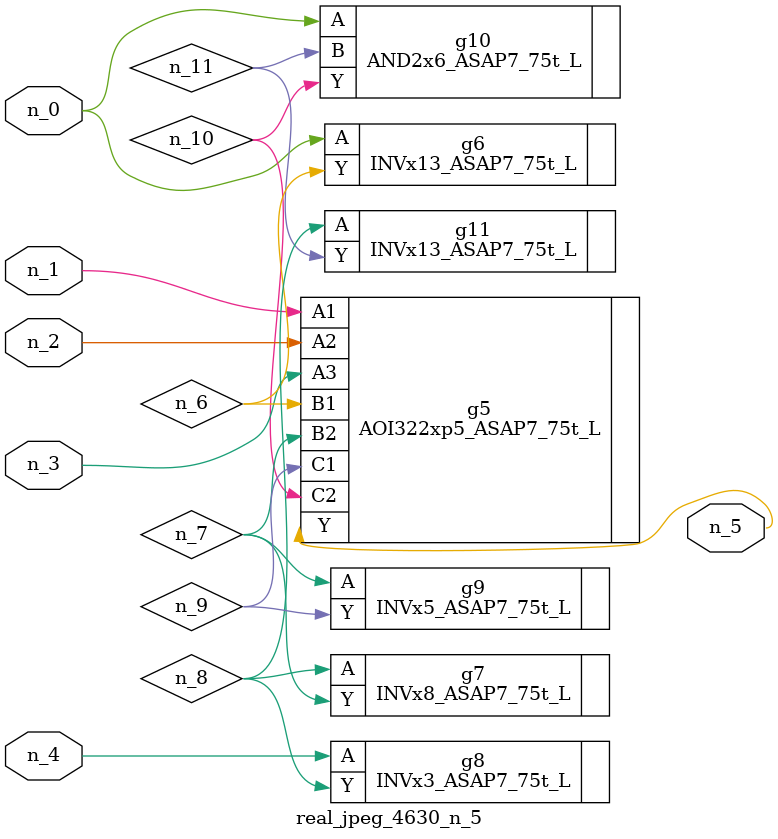
<source format=v>
module real_jpeg_4630_n_5 (n_4, n_0, n_1, n_2, n_3, n_5);

input n_4;
input n_0;
input n_1;
input n_2;
input n_3;

output n_5;

wire n_8;
wire n_11;
wire n_6;
wire n_7;
wire n_10;
wire n_9;

INVx13_ASAP7_75t_L g6 ( 
.A(n_0),
.Y(n_6)
);

AND2x6_ASAP7_75t_L g10 ( 
.A(n_0),
.B(n_11),
.Y(n_10)
);

AOI322xp5_ASAP7_75t_L g5 ( 
.A1(n_1),
.A2(n_2),
.A3(n_3),
.B1(n_6),
.B2(n_7),
.C1(n_9),
.C2(n_10),
.Y(n_5)
);

INVx3_ASAP7_75t_L g8 ( 
.A(n_4),
.Y(n_8)
);

INVx5_ASAP7_75t_L g9 ( 
.A(n_7),
.Y(n_9)
);

INVx8_ASAP7_75t_L g7 ( 
.A(n_8),
.Y(n_7)
);

INVx13_ASAP7_75t_L g11 ( 
.A(n_8),
.Y(n_11)
);


endmodule
</source>
